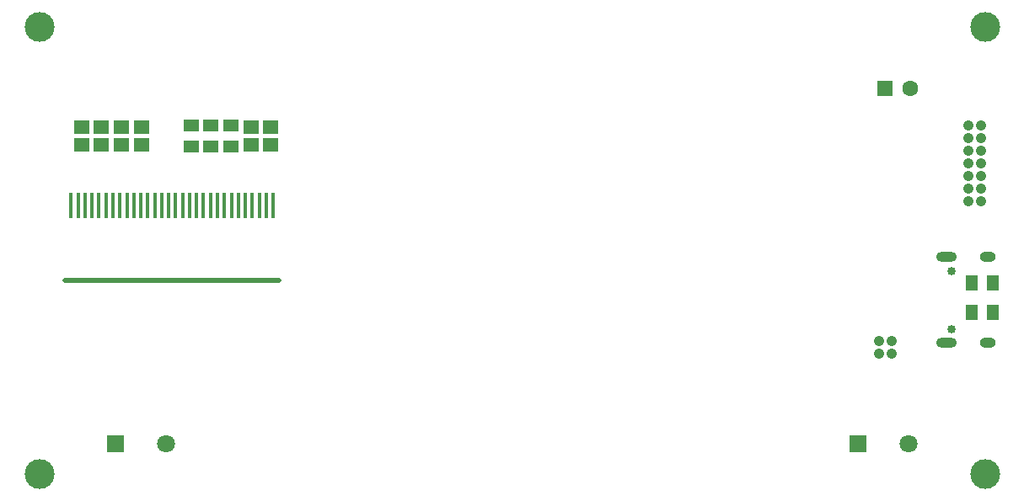
<source format=gbr>
%TF.GenerationSoftware,Altium Limited,Altium Designer,21.0.8 (223)*%
G04 Layer_Color=255*
%FSLAX45Y45*%
%MOMM*%
%TF.SameCoordinates,7FD7D5E1-462F-4728-A759-DAD797B293AC*%
%TF.FilePolarity,Positive*%
%TF.FileFunction,Pads,Bot*%
%TF.Part,Single*%
G01*
G75*
%TA.AperFunction,SMDPad,CuDef*%
%ADD12R,1.20000X1.50000*%
%ADD14R,1.50000X1.45000*%
%ADD16R,1.50000X1.20000*%
%TA.AperFunction,ComponentPad*%
%ADD42R,1.60000X1.60000*%
%ADD43C,1.60000*%
%ADD44C,1.05000*%
%TA.AperFunction,ViaPad*%
%ADD45C,3.00000*%
%TA.AperFunction,ComponentPad*%
%ADD46O,1.60000X1.00000*%
%ADD47O,2.10000X1.00000*%
%ADD48C,0.85000*%
%ADD49R,1.80000X1.80000*%
%ADD50C,1.80000*%
%ADD51O,22.00000X0.50000*%
%TA.AperFunction,SMDPad,CuDef*%
%ADD74R,0.40000X2.50000*%
D12*
X9830000Y1875000D02*
D03*
X9620000D02*
D03*
X9830000Y2175000D02*
D03*
X9620000D02*
D03*
D14*
X2575000Y3557500D02*
D03*
Y3742500D02*
D03*
X2375000Y3557500D02*
D03*
Y3742500D02*
D03*
X1275000Y3557500D02*
D03*
Y3742500D02*
D03*
X1075000D02*
D03*
Y3557500D02*
D03*
X875000Y3742500D02*
D03*
Y3557500D02*
D03*
X675000D02*
D03*
Y3742500D02*
D03*
D16*
X2175000Y3755000D02*
D03*
Y3545000D02*
D03*
X1975000Y3755000D02*
D03*
Y3545000D02*
D03*
X1775000Y3755000D02*
D03*
Y3545000D02*
D03*
D42*
X8748000Y4125000D02*
D03*
D43*
X9002000D02*
D03*
D44*
X9713500Y3756000D02*
D03*
X9586500D02*
D03*
X9713500Y3629000D02*
D03*
Y3502000D02*
D03*
X9586500Y3629000D02*
D03*
Y3502000D02*
D03*
X9713500Y3375000D02*
D03*
X9586500D02*
D03*
X9713500Y3248000D02*
D03*
Y3121000D02*
D03*
Y2994000D02*
D03*
X9586500Y3248000D02*
D03*
Y3121000D02*
D03*
Y2994000D02*
D03*
X8811260Y1463040D02*
D03*
X8684260D02*
D03*
X8811260Y1590040D02*
D03*
X8684260D02*
D03*
D45*
X250000Y250000D02*
D03*
X9750000D02*
D03*
Y4750000D02*
D03*
X250000D02*
D03*
D46*
X9782000Y1568000D02*
D03*
Y2432000D02*
D03*
D47*
X9364000D02*
D03*
Y1568000D02*
D03*
D48*
X9417000Y2289000D02*
D03*
Y1711000D02*
D03*
D49*
X8476000Y558800D02*
D03*
X1016000D02*
D03*
D50*
X8984000D02*
D03*
X1524000D02*
D03*
D51*
X1584500Y2197600D02*
D03*
D74*
X1479500Y2947600D02*
D03*
X2599500D02*
D03*
X2389500D02*
D03*
X1969500D02*
D03*
X1759500D02*
D03*
X2179500D02*
D03*
X1199500D02*
D03*
X1409500D02*
D03*
X989500D02*
D03*
X2529500D02*
D03*
X2459500D02*
D03*
X2319500D02*
D03*
X2249500D02*
D03*
X2039500D02*
D03*
X2109500D02*
D03*
X1899500D02*
D03*
X1829500D02*
D03*
X1619500D02*
D03*
X1689500D02*
D03*
X1549500D02*
D03*
X1269500D02*
D03*
X1339500D02*
D03*
X1129500D02*
D03*
X1059500D02*
D03*
X919500D02*
D03*
X569500D02*
D03*
X849500D02*
D03*
X639500D02*
D03*
X709500D02*
D03*
X779500D02*
D03*
%TF.MD5,03f161ebb27bb5b013f727cf5a253660*%
M02*

</source>
